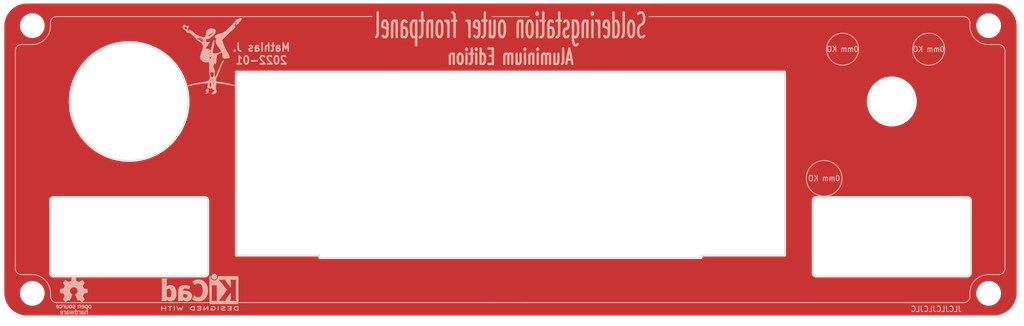
<source format=kicad_pcb>
(kicad_pcb (version 20211014) (generator pcbnew)
  (layers (0 "F.Cu" signal) (31 "B.Cu" power) (34 "B.Paste" user) (35 "F.Paste" user) (36 "B.SilkS" user "B.Silkscreen") (37 "F.SilkS" user "F.Silkscreen") (38 "B.Mask" user) (39 "F.Mask" user) (44 "Edge.Cuts" user))
  (net 0 "")
  (footprint "customlib_mj_fp:MountingHole_3.5mm_Hammond_panel_screws" (layer "F.Cu") (at 227.75 52.67)
    (fp_text reference "H2" hide)
    (fp_text value "MountingHole")
    (pad "" np_thru_hole circle locked (at 0 0) (size 3.5 3.5) (drill 3.5) (layers F&B.Cu *.Mask))
  )
  (footprint "customlib_mj_fp:MountingHole_3.5mm_Hammond_panel_screws" (layer "F.Cu") (at 72.25 96.2)
    (fp_text reference "H3" hide)
    (fp_text value "MountingHole")
    (pad "" np_thru_hole circle locked (at 0 0) (size 3.5 3.5) (drill 3.5) (layers F&B.Cu *.Mask))
  )
  (footprint "customlib_mj_fp:MountingHole_3.5mm_Hammond_panel_screws" (layer "F.Cu") (at 227.75 96.2)
    (fp_text reference "H4" hide)
    (fp_text value "MountingHole")
    (pad "" np_thru_hole circle locked (at 0 0) (size 3.5 3.5) (drill 3.5) (layers F&B.Cu *.Mask))
  )
  (footprint "customlib_mj_fp:MountingHole_3.5mm_Hammond_panel_screws" (layer "F.Cu") (at 72.25 52.67)
    (fp_text reference "H1" hide)
    (fp_text value "MountingHole")
    (pad "" np_thru_hole circle locked (at 0 0) (size 3.5 3.5) (drill 3.5) (layers F&B.Cu *.Mask))
  )
  (footprint "customlib_mj_fp:NHD3_12-Reverse_Bezel" (layer "F.Cu") (at 150 74.5)
    (fp_text reference "M1")
    (fp_text value "NHD3.12-Mechanical_window")
    (fp_line (start -31 15.5) (end -31 15.9) (layer "Edge.Cuts") (width 0.12))
    (fp_line (start -44.6 -14.3) (end -44.6 15.5) (layer "Edge.Cuts") (width 0.12))
    (fp_line (start 31 15.9) (end 31 15.5) (layer "Edge.Cuts") (width 0.12))
    (fp_line (start -44.6 15.5) (end -31 15.5) (layer "Edge.Cuts") (width 0.12))
    (fp_line (start 44.6 15.5) (end 44.6 -14.3) (layer "Edge.Cuts") (width 0.12))
    (fp_line (start -31 15.9) (end 31 15.9) (layer "Edge.Cuts") (width 0.12))
    (fp_line (start 31 15.5) (end 44.6 15.5) (layer "Edge.Cuts") (width 0.12))
    (fp_line (start 44.6 -14.3) (end -44.6 -14.3) (layer "Edge.Cuts") (width 0.12))
  )
  (footprint "customlib_mj_fp:Frontpanel_L_Powerbtn_Pushbtns_outer_cutouts" (layer "B.Cu") (at 88 65 180)
    (fp_text reference "M2")
    (fp_text value "Mech_cutout_SS_left_pwrbtn_and_speedbtns")
    (fp_line (start -12.8 -27.9) (end -12.8 -16.1) (layer "Edge.Cuts") (width 0.12))
    (fp_line (start -12.3 -15.6) (end 12.3 -15.6) (layer "Edge.Cuts") (width 0.12))
    (fp_line (start 12.3 -28.4) (end -12.3 -28.4) (layer "Edge.Cuts") (width 0.12))
    (fp_line (start 12.8 -16.1) (end 12.8 -27.9) (layer "Edge.Cuts") (width 0.12))
    (fp_arc (start -12.8 -27.9) (mid -12.653553 -28.253553) (end -12.3 -28.4) (layer "Edge.Cuts") (width 0.12))
    (fp_arc (start 12.3 -28.4) (mid 12.653553 -28.253553) (end 12.8 -27.9) (layer "Edge.Cuts") (width 0.12))
    (fp_arc (start -12.3 -15.6) (mid -12.653553 -15.746447) (end -12.8 -16.1) (layer "Edge.Cuts") (width 0.12))
    (fp_arc (start 12.8 -16.1) (mid 12.653553 -15.746447) (end 12.3 -15.6) (layer "Edge.Cuts") (width 0.12))
    (fp_circle (center 0 0) (end 9.6 0) (layer "Edge.Cuts") (width 0.12) (fill none))
  )
  (footprint "customlib_mj_fp:Frontpanel_R_RotaryEnc_Pushbtns_outer_cutouts" (layer "B.Cu") (at 212 65 180)
    (fp_text reference "M3")
    (fp_text value "Mech_cutout_SS_right_rotary_and_speedbtns")
    (fp_line (start 12.8 -16.1) (end 12.8 -27.9) (layer "Edge.Cuts") (width 0.12))
    (fp_line (start 12.3 -28.4) (end -12.3 -28.4) (layer "Edge.Cuts") (width 0.12))
    (fp_line (start -12.3 -15.6) (end 12.3 -15.6) (layer "Edge.Cuts") (width 0.12))
    (fp_line (start -12.8 -27.9) (end -12.8 -16.1) (layer "Edge.Cuts") (width 0.12))
    (fp_arc (start -12.3 -15.6) (mid -12.653553 -15.746447) (end -12.8 -16.1) (layer "Edge.Cuts") (width 0.12))
    (fp_arc (start 12.8 -16.1) (mid 12.653553 -15.746447) (end 12.3 -15.6) (layer "Edge.Cuts") (width 0.12))
    (fp_arc (start 12.3 -28.4) (mid 12.653553 -28.253553) (end 12.8 -27.9) (layer "Edge.Cuts") (width 0.12))
    (fp_arc (start -12.8 -27.9) (mid -12.653553 -28.253553) (end -12.3 -28.4) (layer "Edge.Cuts") (width 0.12))
    (fp_circle (center 0 0) (end 3.55 0) (layer "Edge.Cuts") (width 0.12) (fill none))
    (pad "" np_thru_hole circle locked (at 0 0 180) (size 7.1 7.1) (drill 7.1) (layers *.Cu *.Mask) (clearance 0.5))
  )
  (footprint "customlib_mj_fp:MJ_10.3x12.7" (layer "B.Cu") (at 101.5 57.5 180)
    (fp_text reference "Logo1" hide)
    (fp_text value "Logo_MJ" hide)
  )
  (footprint "Symbol:OSHW-Logo_5.7x6mm_SilkScreen" (layer "B.Cu") (at 79 96.6 180)
    (fp_text reference "Logo2" hide)
    (fp_text value "Logo_Open_Hardware_Small" hide)
  )
  (footprint "Symbol:KiCad-Logo2_5mm_SilkScreen" (layer "B.Cu") (at 99.5 96 180)
    (fp_text reference "Logo3" hide)
    (fp_text value "Logo_Kicad" hide)
  )
  (gr_circle (center 218 56.5) (end 220.6 56.5) (layer "B.SilkS") (width 0.153) (fill none))
  (gr_line (start 224.7 52.75) (end 224.7 52.2) (layer "B.SilkS") (width 0.15))
  (gr_arc (start 227.7 55.75) (mid 225.57868 54.87132) (end 224.7 52.75) (layer "B.SilkS") (width 0.15))
  (gr_line (start 76.2 97.700001) (end 147.2 97.7) (layer "B.SilkS") (width 0.15))
  (gr_circle (center 204 56.5) (end 206.6 56.5) (layer "B.SilkS") (width 0.153) (fill none))
  (gr_circle (center 201 77.5) (end 203.9 77.5) (layer "B.SilkS") (width 0.153) (fill none))
  (gr_line (start 69.5 56.75) (end 69.5 92.15) (layer "B.SilkS") (width 0.15))
  (gr_arc (start 72.2 93.150001) (mid 74.32132 94.028681) (end 75.2 96.150001) (layer "B.SilkS") (width 0.15))
  (gr_line (start 230.4 92.15) (end 230.4 56.75) (layer "B.SilkS") (width 0.15))
  (gr_line (start 224.7 96.7) (end 224.7 96.150001) (layer "B.SilkS") (width 0.15))
  (gr_arc (start 75.2 52.2) (mid 75.492893 51.492893) (end 76.2 51.2) (layer "B.SilkS") (width 0.15))
  (gr_line (start 152.7 97.7) (end 223.7 97.7) (layer "B.SilkS") (width 0.15))
  (gr_arc (start 76.2 97.700001) (mid 75.492893 97.407108) (end 75.2 96.700001) (layer "B.SilkS") (width 0.15))
  (gr_arc (start 223.7 51.2) (mid 224.407107 51.492893) (end 224.7 52.2) (layer "B.SilkS") (width 0.15))
  (gr_arc (start 69.5 56.75) (mid 69.792893 56.042893) (end 70.5 55.75) (layer "B.SilkS") (width 0.15))
  (gr_line (start 70.5 93.15) (end 72.2 93.15) (layer "B.SilkS") (width 0.15))
  (gr_arc (start 75.2 52.75) (mid 74.32132 54.87132) (end 72.2 55.75) (layer "B.SilkS") (width 0.15))
  (gr_line (start 227.7 93.15) (end 229.4 93.15) (layer "B.SilkS") (width 0.15))
  (gr_line (start 147.2 97.7) (end 152.7 97.7) (layer "B.SilkS") (width 0.15))
  (gr_line (start 75.2 52.2) (end 75.2 52.75) (layer "B.SilkS") (width 0.15))
  (gr_line (start 75.2 96.150001) (end 75.2 96.700001) (layer "B.SilkS") (width 0.15))
  (gr_line (start 152.999999 51.200001) (end 147 51.200001) (layer "B.SilkS") (width 0.15))
  (gr_line (start 229.4 55.75) (end 227.7 55.75) (layer "B.SilkS") (width 0.15))
  (gr_arc (start 229.4 55.75) (mid 230.107107 56.042893) (end 230.4 56.75) (layer "B.SilkS") (width 0.15))
  (gr_line (start 127.5 51.2) (end 76.2 51.2) (layer "B.SilkS") (width 0.15))
  (gr_line (start 223.7 51.2) (end 172.5 51.2) (layer "B.SilkS") (width 0.15))
  (gr_arc (start 224.7 96.7) (mid 224.407107 97.407107) (end 223.7 97.7) (layer "B.SilkS") (width 0.15))
  (gr_line (start 72.2 55.75) (end 70.5 55.75) (layer "B.SilkS") (width 0.15))
  (gr_arc (start 70.5 93.15) (mid 69.792893 92.857107) (end 69.5 92.15) (layer "B.SilkS") (width 0.15))
  (gr_arc (start 224.7 96.15) (mid 225.57868 94.02868) (end 227.7 93.15) (layer "B.SilkS") (width 0.15))
  (gr_arc (start 230.4 92.15) (mid 230.107107 92.857107) (end 229.4 93.15) (layer "B.SilkS") (width 0.15))
  (gr_arc (start 228.61 48.87) (mid 231.360645 50.009355) (end 232.5 52.76) (layer "Edge.Cuts") (width 0.05))
  (gr_arc (start 67.5 52.76) (mid 68.639355 50.009355) (end 71.39 48.87) (layer "Edge.Cuts") (width 0.05))
  (gr_line (start 71.39 48.87) (end 228.61 48.87) (layer "Edge.Cuts") (width 0.05))
  (gr_line (start 232.5 52.76) (end 232.5 96.11) (layer "Edge.Cuts") (width 0.05))
  (gr_arc (start 232.5 96.11) (mid 231.360645 98.860645) (end 228.61 100) (layer "Edge.Cuts") (width 0.05))
  (gr_line (start 228.61 100) (end 71.39 100) (layer "Edge.Cuts") (width 0.05))
  (gr_arc (start 71.39 100) (mid 68.639355 98.860645) (end 67.5 96.11) (layer "Edge.Cuts") (width 0.05))
  (gr_line (start 67.5 96.11) (end 67.5 52.76) (layer "Edge.Cuts") (width 0.05))
  (gr_text "0mm KO" (at 204 56.5) (layer "B.SilkS") (effects (font (size 0.9 0.8)) (justify mirror)))
  (gr_text "0mm KO" (at 218 56.5) (layer "B.SilkS") (effects (font (size 0.9 0.8)) (justify mirror)))
  (gr_text "Solderingstation outer frontpanel" (at 150 52.7) (layer "B.SilkS") (effects (font (size 4 1.75) (thickness 0.4)) (justify mirror)))
  (gr_text "Aluminium Edition" (at 150 57.75) (layer "B.SilkS") (effects (font (size 2.5 1.5) (thickness 0.375)) (justify mirror)))
  (gr_text "Mathias J.\n2022-01" (at 109.5 57.25) (layer "B.SilkS") (effects (font (size 1.3 1.2) (thickness 0.25)) (justify mirror)))
  (gr_text "0mm KO" (at 201 77.5) (layer "B.SilkS") (effects (font (size 0.9 0.8)) (justify mirror)))
  (gr_text "JLCJLCJLCJLC" (at 219.25 98.75) (layer "B.SilkS") (effects (font (size 0.9 0.8)) (justify mirror)))
  (zone (net 0) (net_name "") (layer "F.Cu") (connect_pads (clearance 0.2)) (min_thickness 0.127) (fill yes (thermal_gap 0.15) (thermal_bridge_width 0.2))
    (polygon (pts (xy 233.5 100) (xy 67 100) (xy 67 48.5) (xy 233.5 48.5)))
  )
)
</source>
